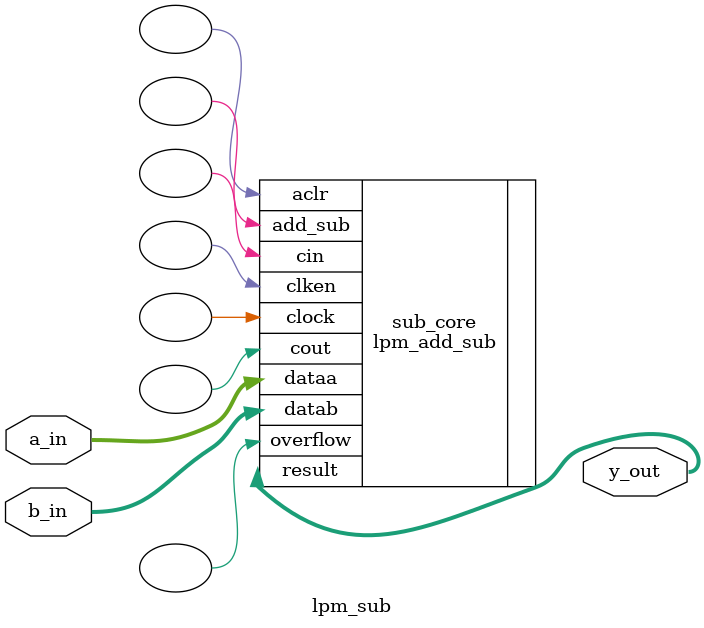
<source format=v>

module lpm_sub #(parameter WIDTH_IN_OUT=16)
    (
        input     wire     signed    [WIDTH_IN_OUT-1:0]    a_in,
        input     wire     signed    [WIDTH_IN_OUT-1:0]    b_in,
        output    wire     signed    [WIDTH_IN_OUT-1:0]    y_out
    );

   lpm_add_sub   sub_core (
            .dataa (a_in),
            .datab (b_in),
            .result (y_out),
            .aclr (),
            .add_sub (),
            .cin (),
            .clken (),
            .clock (),
            .cout (),
            .overflow ()
            );
   defparam
      sub_core.lpm_direction = "SUB",
      sub_core.lpm_hint = "ONE_INPUT_IS_CONSTANT=NO,CIN_USED=NO",
      sub_core.lpm_representation = "SIGNED",
      sub_core.lpm_type = "LPM_ADD_SUB",
      sub_core.lpm_width = WIDTH_IN_OUT;

endmodule
</source>
